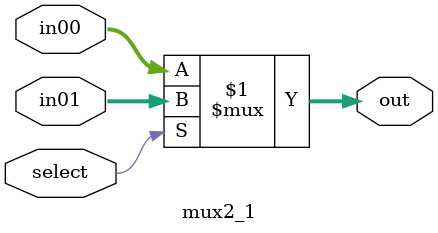
<source format=sv>
`timescale 1ns/1ps
`default_nettype none

module mux2_1(in00, in01, select, out);

  parameter N = 32;
  input wire [(N-1):0] in00, in01;
  input select;
  output [(N-1):0] out;

  assign out = select ? in01 : in00;
  
endmodule

</source>
